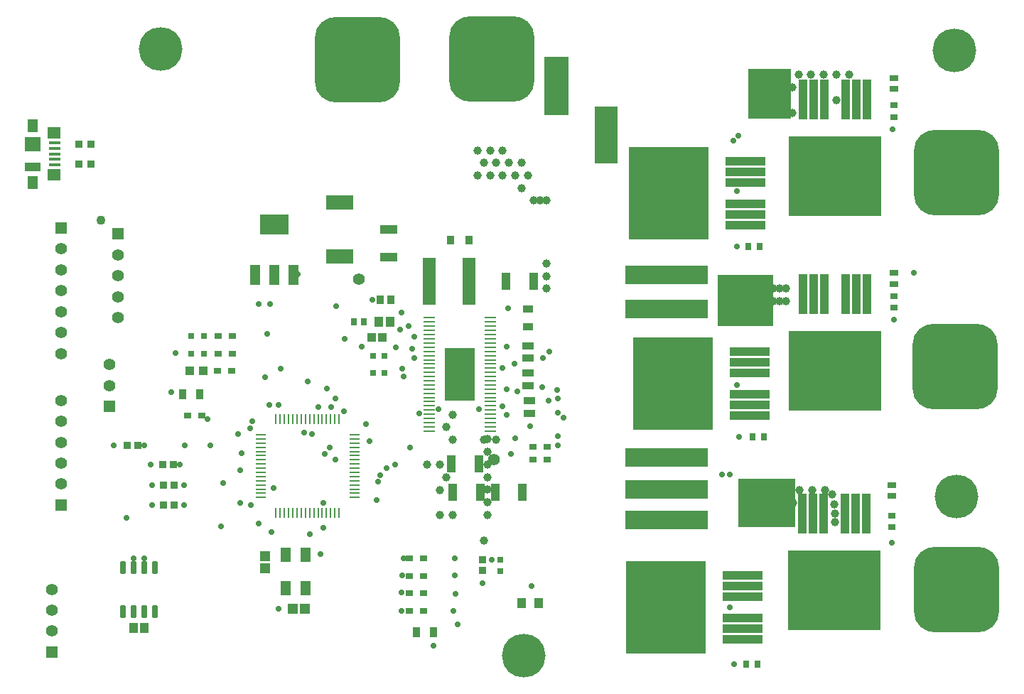
<source format=gbr>
%FSTAX23Y23*%
%MOIN*%
%SFA1B1*%

%IPPOS*%
%AMD25*
4,1,8,0.022500,0.004200,-0.022500,0.004200,-0.026700,0.000000,-0.026700,0.000000,-0.022500,-0.004200,0.022500,-0.004200,0.026700,0.000000,0.026700,0.000000,0.022500,0.004200,0.0*
1,1,0.008360,0.022500,0.000000*
1,1,0.008360,-0.022500,0.000000*
1,1,0.008360,-0.022500,0.000000*
1,1,0.008360,0.022500,0.000000*
%
%AMD36*
4,1,8,-0.004200,0.019200,-0.004200,-0.019200,0.000000,-0.023400,0.000000,-0.023400,0.004200,-0.019200,0.004200,0.019200,0.000000,0.023400,0.000000,0.023400,-0.004200,0.019200,0.0*
1,1,0.008360,0.000000,0.019200*
1,1,0.008360,0.000000,-0.019200*
1,1,0.008360,0.000000,-0.019200*
1,1,0.008360,0.000000,0.019200*
%
%AMD37*
4,1,8,-0.023400,0.000000,-0.023400,0.000000,-0.019200,-0.004200,0.019200,-0.004200,0.023400,0.000000,0.023400,0.000000,0.019200,0.004200,-0.019200,0.004200,-0.023400,0.000000,0.0*
1,1,0.008360,-0.019200,0.000000*
1,1,0.008360,-0.019200,0.000000*
1,1,0.008360,0.019200,0.000000*
1,1,0.008360,0.019200,0.000000*
%
%AMD87*
4,1,8,0.008900,0.028600,-0.008900,0.028600,-0.014800,0.022700,-0.014800,-0.022700,-0.008900,-0.028600,0.008900,-0.028600,0.014800,-0.022700,0.014800,0.022700,0.008900,0.028600,0.0*
1,1,0.011900,0.008900,0.022700*
1,1,0.011900,-0.008900,0.022700*
1,1,0.011900,-0.008900,-0.022700*
1,1,0.011900,0.008900,-0.022700*
%
%AMD89*
4,1,8,0.098400,0.200800,-0.098400,0.200800,-0.200800,0.098400,-0.200800,-0.098400,-0.098400,-0.200800,0.098400,-0.200800,0.200800,-0.098400,0.200800,0.098400,0.098400,0.200800,0.0*
1,1,0.204860,0.098400,0.098400*
1,1,0.204860,-0.098400,0.098400*
1,1,0.204860,-0.098400,-0.098400*
1,1,0.204860,0.098400,-0.098400*
%
%AMD90*
4,1,8,-0.200800,0.098400,-0.200800,-0.098400,-0.098400,-0.200800,0.098400,-0.200800,0.200800,-0.098400,0.200800,0.098400,0.098400,0.200800,-0.098400,0.200800,-0.200800,0.098400,0.0*
1,1,0.204860,-0.098400,0.098400*
1,1,0.204860,-0.098400,-0.098400*
1,1,0.204860,0.098400,-0.098400*
1,1,0.204860,0.098400,0.098400*
%
%ADD20R,0.039370X0.051180*%
%ADD23R,0.047240X0.070870*%
G04~CAMADD=25~8~0.0~0.0~533.6~83.7~41.8~0.0~15~0.0~0.0~0.0~0.0~0~0.0~0.0~0.0~0.0~0~0.0~0.0~0.0~0.0~533.6~83.7*
%ADD25D25*%
%ADD26R,0.053360X0.008370*%
%ADD27R,0.051180X0.064960*%
%ADD28R,0.074800X0.070870*%
%ADD29R,0.074800X0.039370*%
%ADD30R,0.061020X0.056100*%
%ADD31R,0.054330X0.017720*%
%ADD32R,0.025590X0.027560*%
%ADD33R,0.043310X0.080710*%
%ADD34R,0.035430X0.031500*%
%ADD35R,0.008370X0.046780*%
G04~CAMADD=36~8~0.0~0.0~467.8~83.7~41.8~0.0~15~0.0~0.0~0.0~0.0~0~0.0~0.0~0.0~0.0~0~0.0~0.0~0.0~90.0~84.0~467.0*
%ADD36D36*%
G04~CAMADD=37~8~0.0~0.0~83.7~467.8~41.8~0.0~15~0.0~0.0~0.0~0.0~0~0.0~0.0~0.0~0.0~0~0.0~0.0~0.0~90.0~468.0~84.0*
%ADD37D37*%
%ADD38R,0.031500X0.031500*%
%ADD39R,0.037650X0.047490*%
%ADD42R,0.027560X0.025590*%
%ADD43R,0.035680X0.033660*%
%ADD45R,0.033940X0.025870*%
%ADD46R,0.025870X0.033940*%
%ADD48R,0.029530X0.035430*%
%ADD50R,0.062990X0.224410*%
%ADD52R,0.047490X0.037650*%
%ADD53R,0.053150X0.037400*%
%ADD54R,0.033660X0.035680*%
%ADD55R,0.036810X0.037880*%
%ADD59R,0.080710X0.043310*%
%ADD62R,0.125980X0.067720*%
%ADD64R,0.205000X0.235000*%
%ADD65R,0.260000X0.240000*%
%ADD66R,0.105000X0.265000*%
%ADD67R,0.115000X0.275000*%
%ADD68R,0.390000X0.090000*%
%ADD69R,0.270000X0.225000*%
%ADD70R,0.433200X0.378080*%
%ADD71R,0.039500X0.189100*%
%ADD72R,0.037530X0.041470*%
%ADD73R,0.142130X0.250000*%
%ADD74C,0.055240*%
%ADD75R,0.039500X0.039500*%
%ADD76R,0.049340X0.045400*%
%ADD77R,0.045400X0.049340*%
%ADD78R,0.039500X0.031620*%
%ADD79R,0.039500X0.043430*%
%ADD80R,0.039500X0.045400*%
%ADD81R,0.032800X0.040680*%
%ADD82R,0.043430X0.047370*%
%ADD83R,0.189100X0.039500*%
%ADD84R,0.378080X0.433200*%
%ADD85R,0.047370X0.094610*%
%ADD86R,0.137920X0.094610*%
G04~CAMADD=87~8~0.0~0.0~296.5~572.1~59.5~0.0~15~0.0~0.0~0.0~0.0~0~0.0~0.0~0.0~0.0~0~0.0~0.0~0.0~0.0~296.5~572.1*
%ADD87D87*%
%ADD88C,0.204850*%
G04~CAMADD=89~8~0.0~0.0~4017.0~4017.0~1024.3~0.0~15~0.0~0.0~0.0~0.0~0~0.0~0.0~0.0~0.0~0~0.0~0.0~0.0~0.0~4017.0~4017.0*
%ADD89D89*%
G04~CAMADD=90~8~0.0~0.0~4017.0~4017.0~1024.3~0.0~15~0.0~0.0~0.0~0.0~0~0.0~0.0~0.0~0.0~0~0.0~0.0~0.0~90.0~4016.0~4016.0*
%ADD90D90*%
%ADD91R,0.055120X0.055120*%
%ADD92C,0.055120*%
%ADD93C,0.043310*%
%ADD94C,0.027690*%
%ADD95C,0.039500*%
%ADD96C,0.031620*%
%LNpcb_soldermask_top-1*%
%LPD*%
G54D20*
X04755Y0183D03*
X04834D03*
G54D23*
X03742Y01901D03*
Y02058D03*
X03647D03*
Y01901D03*
G54D25*
X04607Y0317D03*
Y03151D03*
Y03131D03*
Y03111D03*
Y03092D03*
Y03072D03*
Y03052D03*
Y03032D03*
Y03013D03*
Y02993D03*
Y02973D03*
Y02954D03*
Y02934D03*
Y02914D03*
Y02895D03*
Y02875D03*
Y02855D03*
Y02836D03*
Y02816D03*
Y02796D03*
Y02777D03*
Y02757D03*
Y02737D03*
Y02717D03*
Y02698D03*
Y02678D03*
Y02658D03*
Y02639D03*
X04322D03*
Y02658D03*
Y02678D03*
Y02698D03*
Y02717D03*
Y02737D03*
Y02757D03*
Y02777D03*
Y02796D03*
Y02816D03*
Y02836D03*
Y02855D03*
Y02875D03*
Y02895D03*
Y02914D03*
Y02934D03*
Y02954D03*
Y02973D03*
Y02993D03*
Y03013D03*
Y03032D03*
Y03052D03*
Y03072D03*
Y03092D03*
Y03111D03*
Y03131D03*
Y03151D03*
G54D26*
X04322Y0317D03*
G54D27*
X02459Y04072D03*
Y03806D03*
G54D28*
X02459Y03985D03*
G54D29*
X02459Y03878D03*
G54D30*
X0256Y04037D03*
Y03841D03*
G54D31*
X02564Y0399D03*
Y03965D03*
Y03939D03*
Y03914D03*
Y03888D03*
G54D32*
X04111Y02913D03*
X04058D03*
X04111Y0299D03*
X04058D03*
G54D33*
X0468Y0334D03*
X04809D03*
X04629Y02352D03*
X04758D03*
X04425Y02485D03*
X04555D03*
X0443Y02352D03*
X04559D03*
G54D34*
X04293Y0204D03*
X04226D03*
X04293Y01877D03*
X04226D03*
X04293Y01958D03*
X04226D03*
X03326Y0292D03*
X03393D03*
X03331Y03D03*
X03398D03*
X03331Y03085D03*
X03398D03*
X04293Y01796D03*
X04226D03*
X04873Y02566D03*
X04806D03*
X04873Y02505D03*
X04806D03*
X03253Y0271D03*
X03186D03*
G54D35*
X03602Y02254D03*
G54D36*
X03622Y02254D03*
X03641D03*
X03661D03*
X03681D03*
X037D03*
X0372D03*
X0374D03*
X03759D03*
X03779D03*
X03799D03*
X03818D03*
X03838D03*
X03858D03*
X03877D03*
X03897D03*
Y02695D03*
X03877D03*
X03858D03*
X03838D03*
X03818D03*
X03799D03*
X03779D03*
X03759D03*
X0374D03*
X0372D03*
X037D03*
X03681D03*
X03661D03*
X03641D03*
X03622D03*
X03602D03*
G54D37*
X0397Y02327D03*
Y02347D03*
Y02366D03*
Y02386D03*
Y02406D03*
Y02425D03*
Y02445D03*
Y02465D03*
Y02484D03*
Y02504D03*
Y02524D03*
Y02543D03*
Y02563D03*
Y02583D03*
Y02602D03*
Y02622D03*
X03529D03*
Y02602D03*
Y02583D03*
Y02563D03*
Y02543D03*
Y02524D03*
Y02504D03*
Y02484D03*
Y02465D03*
Y02445D03*
Y02425D03*
Y02406D03*
Y02386D03*
Y02366D03*
Y02347D03*
Y02327D03*
G54D38*
X03205Y03002D03*
X03264D03*
X03205Y03085D03*
X03264D03*
G54D39*
X04259Y01695D03*
X0434D03*
X03245Y0281D03*
X03164D03*
G54D42*
X04655Y02036D03*
Y01983D03*
G54D43*
X0457Y02034D03*
Y01985D03*
G54D45*
X0649Y02187D03*
Y02242D03*
X065Y03217D03*
Y03272D03*
Y04112D03*
Y04167D03*
G54D46*
X05807Y01545D03*
X05862D03*
X05837Y0261D03*
X05892D03*
X05817Y03505D03*
X05872D03*
G54D48*
X04013Y0315D03*
X03966D03*
G54D50*
X04507Y0334D03*
X04322D03*
G54D52*
X04785Y0321D03*
Y03129D03*
G54D53*
X0479Y02781D03*
Y02722D03*
X04785Y0291D03*
Y0285D03*
Y03039D03*
Y0298D03*
G54D54*
X02954Y0257D03*
X02905D03*
X03075Y0229D03*
X03124D03*
X0307Y0248D03*
X03119D03*
X03075Y02385D03*
X03124D03*
G54D55*
X02676Y0389D03*
X02733D03*
X02676Y03985D03*
X02733D03*
G54D59*
X0413Y03584D03*
Y03455D03*
G54D62*
X039Y03711D03*
Y03458D03*
G54D64*
X05917Y04222D03*
G54D65*
X05805Y0325D03*
G54D66*
X05152Y04027D03*
G54D67*
X04917Y04257D03*
G54D68*
X05435Y0337D03*
Y0321D03*
Y0222D03*
Y02365D03*
Y02515D03*
G54D69*
X05905Y02302D03*
G54D70*
X06225Y03835D03*
X0622Y0189D03*
X06225Y0292D03*
G54D71*
X06175Y04195D03*
X06125D03*
X06075D03*
X06275D03*
X06325D03*
X06375D03*
X0617Y0225D03*
X0612D03*
X0607D03*
X0627D03*
X0632D03*
X0637D03*
X06175Y0328D03*
X06125D03*
X06075D03*
X06275D03*
X06325D03*
X06375D03*
G54D72*
X0414Y03255D03*
X04089D03*
G54D73*
X04465Y02905D03*
G54D74*
X0399Y03352D03*
X04625Y02505D03*
G54D75*
X03261Y0292D03*
X03198D03*
G54D76*
X0355Y01996D03*
Y02053D03*
G54D77*
X03681Y01805D03*
X03738D03*
G54D78*
X0649Y02385D03*
Y02334D03*
X065Y03329D03*
Y0338D03*
Y04295D03*
Y04244D03*
G54D79*
X04099Y03077D03*
X0405D03*
G54D80*
X04083Y0315D03*
X04136D03*
G54D81*
X04508Y03535D03*
X04421D03*
G54D82*
X02934Y01715D03*
X02985D03*
G54D83*
X0579Y01661D03*
Y01711D03*
Y01761D03*
Y01961D03*
Y01911D03*
Y01861D03*
X05805Y03605D03*
Y03655D03*
Y03705D03*
Y03905D03*
Y03855D03*
Y03805D03*
X05825Y0271D03*
Y0276D03*
Y0281D03*
Y0301D03*
Y0296D03*
Y0291D03*
G54D84*
X05429Y01811D03*
X05445Y03755D03*
X05464Y0286D03*
G54D85*
X03504Y03371D03*
X03595D03*
X03685D03*
G54D86*
X03595Y03608D03*
G54D87*
X02885Y01791D03*
X02935D03*
X02985D03*
X03035D03*
X02885Y01998D03*
X02935D03*
X02985D03*
X03035D03*
G54D88*
X06795Y0233D03*
X06785Y04425D03*
X04765Y01585D03*
X0306Y0443D03*
G54D89*
X03985Y0438D03*
X04615Y04385D03*
G54D90*
X06795Y0385D03*
X06787Y0294D03*
X06795Y01895D03*
G54D91*
X02595Y02291D03*
Y03592D03*
X0286Y03564D03*
X0282Y02755D03*
X0255Y01601D03*
G54D92*
X02595Y0239D03*
Y02488D03*
Y02586D03*
Y02685D03*
Y02783D03*
Y03494D03*
Y03396D03*
Y03297D03*
Y03199D03*
Y031D03*
Y03002D03*
X0286Y03465D03*
Y03367D03*
Y03268D03*
Y0317D03*
X0282Y02853D03*
Y02951D03*
X0255Y01896D03*
Y01798D03*
Y017D03*
G54D93*
X02781Y03627D03*
G54D94*
X0356Y03095D03*
X03625Y0293D03*
X0384Y02837D03*
X0388Y0279D03*
X038Y02752D03*
X0386Y0275D03*
X0392Y0273D03*
X042Y02895D03*
X0425Y0308D03*
X04685Y02835D03*
X04735Y02825D03*
X04665Y02755D03*
X04685Y02715D03*
X03355Y02395D03*
X03435Y02455D03*
X0328Y02695D03*
X0344Y02535D03*
X03294Y0257D03*
X0359Y0237D03*
X0358Y02165D03*
X03825Y02185D03*
X03435Y023D03*
X0284Y0257D03*
X029Y0223D03*
X0355Y0289D03*
X04455Y0173D03*
X0424Y03025D03*
X03885Y03225D03*
X04005Y03035D03*
X03925Y0307D03*
X0457Y01925D03*
X0434Y0163D03*
X03705Y03375D03*
X0352Y03235D03*
X03575D03*
X0313Y03005D03*
X0311Y0282D03*
X03343Y02191D03*
X0381Y0206D03*
X03615Y01805D03*
X03925Y0445D03*
X03955D03*
X03985D03*
X04015D03*
X04045D03*
Y0442D03*
X04015D03*
X03985D03*
X03955D03*
X03925D03*
Y0439D03*
X03955D03*
X03985D03*
X04015D03*
X04045D03*
Y0436D03*
X04015D03*
X03985D03*
X03955D03*
X03925D03*
Y0433D03*
X03955D03*
X03985D03*
X04015D03*
X04045D03*
Y043D03*
X04015D03*
X03985D03*
X03955D03*
X03925D03*
Y0427D03*
X03955D03*
X03985D03*
X04015D03*
X04045D03*
Y0424D03*
X04015D03*
X03985D03*
X03955D03*
X03925D03*
Y0421D03*
X03955D03*
X03985D03*
X04015D03*
X04045D03*
Y0448D03*
X04015D03*
X03985D03*
X03955D03*
X03925D03*
Y0451D03*
X03955D03*
X03985D03*
X04015D03*
X04045Y0454D03*
X04015D03*
X03985D03*
X03955D03*
X03925D03*
X04045Y0451D03*
X04075Y0454D03*
Y0451D03*
Y0448D03*
Y0445D03*
Y0442D03*
Y0439D03*
Y0436D03*
Y0433D03*
Y043D03*
Y0427D03*
Y0424D03*
Y0421D03*
X04105Y0454D03*
Y0451D03*
Y0448D03*
Y0445D03*
Y0442D03*
Y0439D03*
Y0436D03*
Y0433D03*
Y043D03*
Y0427D03*
Y0424D03*
Y0421D03*
X04135Y0451D03*
Y0448D03*
Y0445D03*
Y0442D03*
Y0439D03*
Y0436D03*
Y0433D03*
Y043D03*
Y0427D03*
Y0424D03*
X03895Y0421D03*
Y0424D03*
Y0427D03*
Y043D03*
Y0433D03*
Y0436D03*
Y0439D03*
Y0442D03*
Y0445D03*
Y0448D03*
Y0451D03*
Y0454D03*
X03865D03*
Y0451D03*
Y0448D03*
Y0445D03*
Y0442D03*
Y0439D03*
Y0436D03*
Y0433D03*
Y043D03*
Y0427D03*
Y0424D03*
Y0421D03*
X03835Y0424D03*
Y0427D03*
Y043D03*
Y0433D03*
Y0436D03*
Y0439D03*
Y0442D03*
Y0445D03*
Y0448D03*
Y0451D03*
X04465Y04515D03*
Y04485D03*
Y04455D03*
Y04425D03*
Y04395D03*
Y04365D03*
Y04335D03*
Y04305D03*
Y04275D03*
Y04245D03*
X04495Y04215D03*
Y04245D03*
Y04275D03*
Y04305D03*
Y04335D03*
Y04365D03*
Y04395D03*
Y04425D03*
Y04455D03*
Y04485D03*
Y04515D03*
Y04545D03*
X04525D03*
Y04515D03*
Y04485D03*
Y04455D03*
Y04425D03*
Y04395D03*
Y04365D03*
Y04335D03*
Y04305D03*
Y04275D03*
Y04245D03*
Y04215D03*
X04765Y04245D03*
Y04275D03*
Y04305D03*
Y04335D03*
Y04365D03*
Y04395D03*
Y04425D03*
Y04455D03*
Y04485D03*
Y04515D03*
X04735Y04215D03*
Y04245D03*
Y04275D03*
Y04305D03*
Y04335D03*
Y04365D03*
Y04395D03*
Y04425D03*
Y04455D03*
Y04485D03*
Y04515D03*
Y04545D03*
X04705Y04215D03*
Y04245D03*
Y04275D03*
Y04305D03*
Y04335D03*
Y04365D03*
Y04395D03*
Y04425D03*
Y04455D03*
Y04485D03*
Y04515D03*
Y04545D03*
X04675Y04515D03*
X04555Y04545D03*
X04585D03*
X04615D03*
X04645D03*
X04675D03*
X04645Y04515D03*
X04615D03*
X04585D03*
X04555D03*
Y04485D03*
X04585D03*
X04615D03*
X04645D03*
X04675D03*
Y04215D03*
X04645D03*
X04615D03*
X04585D03*
X04555D03*
Y04245D03*
X04585D03*
X04615D03*
X04645D03*
X04675D03*
Y04275D03*
X04645D03*
X04615D03*
X04585D03*
X04555D03*
Y04305D03*
X04585D03*
X04615D03*
X04645D03*
X04675D03*
Y04335D03*
X04645D03*
X04615D03*
X04585D03*
X04555D03*
Y04365D03*
X04585D03*
X04615D03*
X04645D03*
X04675D03*
Y04395D03*
X04645D03*
X04615D03*
X04585D03*
X04555D03*
Y04425D03*
X04585D03*
X04615D03*
X04645D03*
X04675D03*
Y04455D03*
X04645D03*
X04615D03*
X04585D03*
X04555D03*
X06725Y0379D03*
Y0382D03*
Y0385D03*
Y0388D03*
Y0391D03*
X06755D03*
Y0388D03*
Y0385D03*
Y0382D03*
Y0379D03*
X06785D03*
Y0382D03*
Y0385D03*
Y0388D03*
Y0391D03*
X06815D03*
Y0388D03*
Y0385D03*
Y0382D03*
Y0379D03*
X06845D03*
Y0382D03*
Y0385D03*
Y0388D03*
Y0391D03*
X06875D03*
Y0388D03*
Y0385D03*
Y0382D03*
Y0379D03*
X06905D03*
Y0382D03*
Y0385D03*
Y0388D03*
Y0391D03*
X06935D03*
Y0388D03*
Y0385D03*
Y0382D03*
Y0379D03*
X06965D03*
Y0382D03*
Y0385D03*
Y0388D03*
Y0391D03*
X06695D03*
Y0388D03*
Y0385D03*
Y0382D03*
Y0379D03*
X06665D03*
Y0382D03*
Y0385D03*
Y0388D03*
X06635Y0391D03*
Y0388D03*
Y0385D03*
Y0382D03*
Y0379D03*
X06665Y0391D03*
X06635Y0394D03*
X06665D03*
X06695D03*
X06725D03*
X06755D03*
X06785D03*
X06815D03*
X06845D03*
X06875D03*
X06905D03*
X06935D03*
X06965D03*
X06635Y0397D03*
X06665D03*
X06695D03*
X06725D03*
X06755D03*
X06785D03*
X06815D03*
X06845D03*
X06875D03*
X06905D03*
X06935D03*
X06965D03*
X06665Y04D03*
X06695D03*
X06725D03*
X06755D03*
X06785D03*
X06815D03*
X06845D03*
X06875D03*
X06905D03*
X06935D03*
X06965Y0376D03*
X06935D03*
X06905D03*
X06875D03*
X06845D03*
X06815D03*
X06785D03*
X06755D03*
X06725D03*
X06695D03*
X06665D03*
X06635D03*
Y0373D03*
X06665D03*
X06695D03*
X06725D03*
X06755D03*
X06785D03*
X06815D03*
X06845D03*
X06875D03*
X06905D03*
X06935D03*
X06965D03*
X06935Y037D03*
X06905D03*
X06875D03*
X06845D03*
X06815D03*
X06785D03*
X06755D03*
X06725D03*
X06695D03*
X06665D03*
X06657Y0279D03*
X06687D03*
X06717D03*
X06747D03*
X06777D03*
X06807D03*
X06837D03*
X06867D03*
X06897D03*
X06927D03*
X06957Y0282D03*
X06927D03*
X06897D03*
X06867D03*
X06837D03*
X06807D03*
X06777D03*
X06747D03*
X06717D03*
X06687D03*
X06657D03*
X06627D03*
Y0285D03*
X06657D03*
X06687D03*
X06717D03*
X06747D03*
X06777D03*
X06807D03*
X06837D03*
X06867D03*
X06897D03*
X06927D03*
X06957D03*
X06927Y0309D03*
X06897D03*
X06867D03*
X06837D03*
X06807D03*
X06777D03*
X06747D03*
X06717D03*
X06687D03*
X06657D03*
X06957Y0306D03*
X06927D03*
X06897D03*
X06867D03*
X06837D03*
X06807D03*
X06777D03*
X06747D03*
X06717D03*
X06687D03*
X06657D03*
X06627D03*
X06957Y0303D03*
X06927D03*
X06897D03*
X06867D03*
X06837D03*
X06807D03*
X06777D03*
X06747D03*
X06717D03*
X06687D03*
X06657D03*
X06627D03*
X06657Y03D03*
X06627Y0288D03*
Y0291D03*
Y0294D03*
Y0297D03*
Y03D03*
X06657Y0297D03*
Y0294D03*
Y0291D03*
Y0288D03*
X06687D03*
Y0291D03*
Y0294D03*
Y0297D03*
Y03D03*
X06957D03*
Y0297D03*
Y0294D03*
Y0291D03*
Y0288D03*
X06927D03*
Y0291D03*
Y0294D03*
Y0297D03*
Y03D03*
X06897D03*
Y0297D03*
Y0294D03*
Y0291D03*
Y0288D03*
X06867D03*
Y0291D03*
Y0294D03*
Y0297D03*
Y03D03*
X06837D03*
Y0297D03*
Y0294D03*
Y0291D03*
Y0288D03*
X06807D03*
Y0291D03*
Y0294D03*
Y0297D03*
Y03D03*
X06777D03*
Y0297D03*
Y0294D03*
Y0291D03*
Y0288D03*
X06747D03*
Y0291D03*
Y0294D03*
Y0297D03*
Y03D03*
X06717D03*
Y0297D03*
Y0294D03*
Y0291D03*
Y0288D03*
X06725Y01835D03*
Y01865D03*
Y01895D03*
Y01925D03*
Y01955D03*
X06755D03*
Y01925D03*
Y01895D03*
Y01865D03*
Y01835D03*
X06785D03*
Y01865D03*
Y01895D03*
Y01925D03*
Y01955D03*
X06815D03*
Y01925D03*
Y01895D03*
Y01865D03*
Y01835D03*
X06845D03*
Y01865D03*
Y01895D03*
Y01925D03*
Y01955D03*
X06875D03*
Y01925D03*
Y01895D03*
Y01865D03*
Y01835D03*
X06905D03*
Y01865D03*
Y01895D03*
Y01925D03*
Y01955D03*
X06935D03*
Y01925D03*
Y01895D03*
Y01865D03*
Y01835D03*
X06965D03*
Y01865D03*
Y01895D03*
Y01925D03*
Y01955D03*
X06695D03*
Y01925D03*
Y01895D03*
Y01865D03*
Y01835D03*
X06665D03*
Y01865D03*
Y01895D03*
Y01925D03*
X06635Y01955D03*
Y01925D03*
Y01895D03*
Y01865D03*
Y01835D03*
X06665Y01955D03*
X06635Y01985D03*
X06665D03*
X06695D03*
X06725D03*
X06755D03*
X06785D03*
X06815D03*
X06845D03*
X06875D03*
X06905D03*
X06935D03*
X06965D03*
X06635Y02015D03*
X06665D03*
X06695D03*
X06725D03*
X06755D03*
X06785D03*
X06815D03*
X06845D03*
X06875D03*
X06905D03*
X06935D03*
X06965D03*
X06665Y02045D03*
X06695D03*
X06725D03*
X06755D03*
X06785D03*
X06815D03*
X06845D03*
X06875D03*
X06905D03*
X06935D03*
X06965Y01805D03*
X06935D03*
X06905D03*
X06875D03*
X06845D03*
X06815D03*
X06785D03*
X06755D03*
X06725D03*
X06695D03*
X06665D03*
X06635D03*
Y01775D03*
X06665D03*
X06695D03*
X06725D03*
X06755D03*
X06785D03*
X06815D03*
X06845D03*
X06875D03*
X06905D03*
X06935D03*
X06965D03*
X06935Y01745D03*
X06905D03*
X06875D03*
X06845D03*
X06815D03*
X06785D03*
X06755D03*
X06725D03*
X06695D03*
X06665D03*
X04275Y0272D03*
X04075Y02315D03*
X04885Y0301D03*
X0472Y02955D03*
X0425Y0298D03*
X04195Y0293D03*
X04615Y02035D03*
X048Y0191D03*
X04435Y01795D03*
X04445Y01875D03*
X0419Y0188D03*
X042Y0204D03*
X04195Y0196D03*
X0444Y0204D03*
Y0196D03*
X0469Y03215D03*
X04665Y02935D03*
X04685Y03035D03*
X0416Y0248D03*
X0412Y02465D03*
X0409Y0243D03*
X0408Y024D03*
X0383Y0253D03*
X0348Y0265D03*
X0349Y02685D03*
X03855Y0256D03*
X03735Y0263D03*
X0377Y02625D03*
X0388Y02505D03*
X0357Y0276D03*
X03615D03*
X03425Y02625D03*
X0376Y02155D03*
X04925Y0279D03*
X0485Y02845D03*
X0492Y0283D03*
X04924Y02725D03*
X0495Y027D03*
X04882Y02782D03*
X04855Y0298D03*
X05772Y04025D03*
X05747Y04D03*
X04925Y0257D03*
Y02615D03*
X04795Y0266D03*
X04725Y02605D03*
X0573Y02435D03*
X05694D03*
X04555Y0274D03*
X06595Y0338D03*
X065Y0316D03*
X06495Y04055D03*
X05765Y03765D03*
Y03505D03*
Y02855D03*
X05775Y0261D03*
X0573Y0181D03*
X0575Y01545D03*
X0649Y02115D03*
X04705Y0253D03*
X02985Y0204D03*
X02935D03*
X0317Y0229D03*
X03015Y0248D03*
X0302Y02385D03*
Y0229D03*
X02985Y0257D03*
X04025Y0267D03*
X0352Y02205D03*
X03175Y0257D03*
X03485Y0229D03*
X0315Y0248D03*
X0317Y02385D03*
X0419Y01795D03*
X03825Y023D03*
X0404Y0259D03*
X04055Y03255D03*
X0419Y03195D03*
X04225Y0313D03*
X04185Y03115D03*
X0423Y0256D03*
X04365Y0274D03*
X0375Y0287D03*
X04165Y0303D03*
G54D95*
X04635Y02598D03*
X04576D03*
X05994Y03307D03*
X05964Y03248D03*
X05935Y03307D03*
X05905Y03248D03*
X05875Y03307D03*
X05846Y03248D03*
X05875Y03188D03*
X05816Y03307D03*
X05787Y03248D03*
X05816Y03188D03*
X05757Y03307D03*
X05728Y03248D03*
X05757Y03188D03*
X05698Y03307D03*
X04842Y0372D03*
X04872Y03425D03*
Y03307D03*
X04783Y03838D03*
X04753Y03897D03*
X04724Y03838D03*
X04753Y03779D03*
X04665Y03956D03*
X04694Y03897D03*
X04665Y03838D03*
X04606Y03956D03*
X04635Y03897D03*
X04606Y03838D03*
X04547Y03956D03*
X04576Y03897D03*
X04547Y03838D03*
X04576Y02125D03*
X05964Y03307D03*
X05994Y03248D03*
X05905Y03307D03*
X05935Y03248D03*
X05905Y03188D03*
X05846Y03307D03*
X05875Y03248D03*
X05846Y03188D03*
X05787Y03307D03*
X05816Y03248D03*
X05787Y03188D03*
X05728Y03307D03*
X05757Y03248D03*
X05698D03*
X04872Y0372D03*
Y03366D03*
X04812Y0372D03*
X04429Y02716D03*
Y02598D03*
Y02244D03*
X04399Y02657D03*
X0437Y0248D03*
X04399Y02421D03*
X0437Y02362D03*
Y02244D03*
X04311Y0248D03*
X0621Y0234D03*
X06176Y02362D03*
X04595Y026D03*
Y0254D03*
Y0248D03*
Y0242D03*
Y02365D03*
Y02305D03*
Y02245D03*
X057Y03185D03*
X06289Y04311D03*
X0623D03*
Y04192D03*
X06171Y04311D03*
X06112D03*
X06053D03*
X06023Y04251D03*
Y04133D03*
X05994Y04311D03*
X05964Y04251D03*
X05994Y04192D03*
X05964Y04133D03*
X05935Y04311D03*
Y04192D03*
X06225Y0221D03*
Y0225D03*
X0622Y02295D03*
X06117Y02362D03*
X06058D03*
X06028Y02303D03*
X05999Y02362D03*
X05969Y02303D03*
X05999Y02244D03*
X0594Y02362D03*
X0591Y02303D03*
X0594Y02244D03*
X0588Y02362D03*
Y02244D03*
G54D96*
X0542Y01895D03*
X05475D03*
X054Y0379D03*
X0546D03*
X0552D03*
X05515Y03605D03*
X05455D03*
X054D03*
X05545Y0303D03*
X0549D03*
X05435D03*
X0555Y0284D03*
X05495D03*
X0544D03*
X0537Y01735D03*
X0542D03*
X05475D03*
X0537Y01895D03*
M02*
</source>
